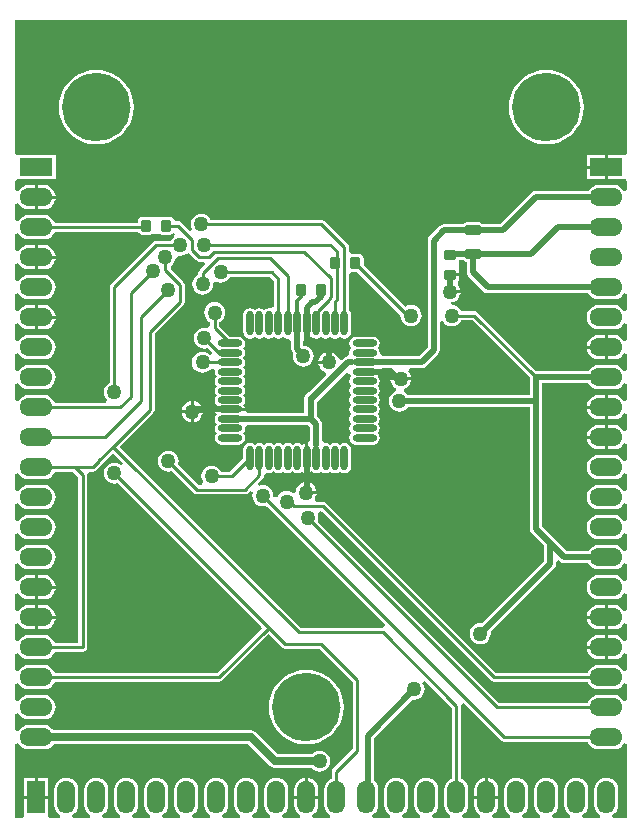
<source format=gtl>
G04 Layer_Physical_Order=1*
G04 Layer_Color=255*
%FSLAX25Y25*%
%MOIN*%
G70*
G01*
G75*
%ADD10C,0.03937*%
G04:AMPARAMS|DCode=11|XSize=39.37mil|YSize=35.43mil|CornerRadius=4.43mil|HoleSize=0mil|Usage=FLASHONLY|Rotation=0.000|XOffset=0mil|YOffset=0mil|HoleType=Round|Shape=RoundedRectangle|*
%AMROUNDEDRECTD11*
21,1,0.03937,0.02658,0,0,0.0*
21,1,0.03051,0.03543,0,0,0.0*
1,1,0.00886,0.01526,-0.01329*
1,1,0.00886,-0.01526,-0.01329*
1,1,0.00886,-0.01526,0.01329*
1,1,0.00886,0.01526,0.01329*
%
%ADD11ROUNDEDRECTD11*%
G04:AMPARAMS|DCode=12|XSize=39.37mil|YSize=35.43mil|CornerRadius=4.43mil|HoleSize=0mil|Usage=FLASHONLY|Rotation=270.000|XOffset=0mil|YOffset=0mil|HoleType=Round|Shape=RoundedRectangle|*
%AMROUNDEDRECTD12*
21,1,0.03937,0.02658,0,0,270.0*
21,1,0.03051,0.03543,0,0,270.0*
1,1,0.00886,-0.01329,-0.01526*
1,1,0.00886,-0.01329,0.01526*
1,1,0.00886,0.01329,0.01526*
1,1,0.00886,0.01329,-0.01526*
%
%ADD12ROUNDEDRECTD12*%
%ADD13O,0.08071X0.02362*%
%ADD14O,0.02362X0.08071*%
G04:AMPARAMS|DCode=15|XSize=51.18mil|YSize=31.5mil|CornerRadius=3.94mil|HoleSize=0mil|Usage=FLASHONLY|Rotation=0.000|XOffset=0mil|YOffset=0mil|HoleType=Round|Shape=RoundedRectangle|*
%AMROUNDEDRECTD15*
21,1,0.05118,0.02362,0,0,0.0*
21,1,0.04331,0.03150,0,0,0.0*
1,1,0.00787,0.02165,-0.01181*
1,1,0.00787,-0.02165,-0.01181*
1,1,0.00787,-0.02165,0.01181*
1,1,0.00787,0.02165,0.01181*
%
%ADD15ROUNDEDRECTD15*%
%ADD16C,0.02000*%
%ADD17C,0.01000*%
%ADD18C,0.02500*%
%ADD19C,0.01200*%
%ADD20C,0.17323*%
%ADD21O,0.11000X0.06000*%
%ADD22R,0.11000X0.06000*%
%ADD23O,0.06000X0.11000*%
%ADD24R,0.06000X0.11000*%
%ADD25C,0.03500*%
%ADD26C,0.05000*%
%ADD27C,0.02362*%
G36*
X432471Y228366D02*
Y204696D01*
X431983Y204494D01*
X431147Y203853D01*
X430506Y203017D01*
X430103Y202044D01*
X429965Y201000D01*
Y196000D01*
X430103Y194956D01*
X430506Y193983D01*
X431147Y193147D01*
X431965Y192519D01*
X431973Y192462D01*
X431751Y191519D01*
X426249D01*
X426027Y192462D01*
X426035Y192519D01*
X426853Y193147D01*
X427494Y193983D01*
X427897Y194956D01*
X428034Y196000D01*
Y201000D01*
X427897Y202044D01*
X427494Y203017D01*
X426853Y203853D01*
X426017Y204494D01*
X425044Y204897D01*
X424000Y205034D01*
X422956Y204897D01*
X421983Y204494D01*
X421147Y203853D01*
X420506Y203017D01*
X420103Y202044D01*
X419966Y201000D01*
Y196000D01*
X420103Y194956D01*
X420506Y193983D01*
X421147Y193147D01*
X421965Y192519D01*
X421973Y192462D01*
X421751Y191519D01*
X416249D01*
X416027Y192462D01*
X416035Y192519D01*
X416853Y193147D01*
X417494Y193983D01*
X417897Y194956D01*
X418035Y196000D01*
Y201000D01*
X417897Y202044D01*
X417494Y203017D01*
X416853Y203853D01*
X416017Y204494D01*
X415044Y204897D01*
X414000Y205034D01*
X412956Y204897D01*
X411983Y204494D01*
X411147Y203853D01*
X410506Y203017D01*
X410103Y202044D01*
X409966Y201000D01*
Y196000D01*
X410103Y194956D01*
X410506Y193983D01*
X411147Y193147D01*
X411965Y192519D01*
X411973Y192462D01*
X411751Y191519D01*
X406249D01*
X406028Y192462D01*
X406035Y192519D01*
X406853Y193147D01*
X407494Y193983D01*
X407897Y194956D01*
X408035Y196000D01*
Y201000D01*
X407897Y202044D01*
X407494Y203017D01*
X406853Y203853D01*
X406539Y204094D01*
Y218155D01*
X419429Y231045D01*
X420000Y230970D01*
X420914Y231090D01*
X421765Y231443D01*
X422496Y232004D01*
X423057Y232735D01*
X423410Y233586D01*
X423530Y234500D01*
X423410Y235414D01*
X423057Y236265D01*
X422726Y236697D01*
X423479Y237358D01*
X432471Y228366D01*
D02*
G37*
G36*
X445419Y237419D02*
X445915Y237087D01*
X446500Y236971D01*
X477804D01*
X478006Y236483D01*
X478647Y235647D01*
X479483Y235006D01*
X480456Y234603D01*
X481500Y234466D01*
X486500D01*
X487544Y234603D01*
X488517Y235006D01*
X489353Y235647D01*
X489981Y236465D01*
X490038Y236473D01*
X490980Y236251D01*
Y230749D01*
X490038Y230527D01*
X489981Y230535D01*
X489353Y231353D01*
X488517Y231994D01*
X487544Y232397D01*
X486500Y232535D01*
X481500D01*
X480456Y232397D01*
X479483Y231994D01*
X478647Y231353D01*
X478006Y230517D01*
X477804Y230029D01*
X448134D01*
X387812Y290351D01*
X387910Y290586D01*
X388030Y291500D01*
X387910Y292414D01*
X387771Y292749D01*
X388281Y293675D01*
X389072Y293765D01*
X445419Y237419D01*
D02*
G37*
G36*
X436330Y377377D02*
X436791Y377069D01*
X437335Y376961D01*
X437461D01*
Y373500D01*
X437616Y372720D01*
X438058Y372058D01*
X443058Y367058D01*
X443720Y366616D01*
X444500Y366461D01*
X478023D01*
X478647Y365647D01*
X479483Y365006D01*
X480456Y364603D01*
X481500Y364465D01*
X486500D01*
X487544Y364603D01*
X488517Y365006D01*
X489353Y365647D01*
X489981Y366465D01*
X490038Y366473D01*
X490980Y366251D01*
Y360749D01*
X490038Y360527D01*
X489981Y360535D01*
X489353Y361353D01*
X488517Y361994D01*
X487544Y362397D01*
X486500Y362534D01*
X481500D01*
X480456Y362397D01*
X479483Y361994D01*
X478647Y361353D01*
X478006Y360517D01*
X477603Y359544D01*
X477465Y358500D01*
X477603Y357456D01*
X478006Y356483D01*
X478647Y355647D01*
X479483Y355006D01*
X480456Y354603D01*
X481500Y354466D01*
X486500D01*
X487544Y354603D01*
X488517Y355006D01*
X489353Y355647D01*
X489981Y356465D01*
X490038Y356472D01*
X490980Y356251D01*
Y350749D01*
X490038Y350528D01*
X489981Y350535D01*
X489353Y351353D01*
X488517Y351994D01*
X487544Y352397D01*
X486500Y352535D01*
X484500D01*
Y348500D01*
Y344465D01*
X486500D01*
X487544Y344603D01*
X488517Y345006D01*
X489353Y345647D01*
X489981Y346465D01*
X490038Y346473D01*
X490980Y346251D01*
Y340749D01*
X490038Y340528D01*
X489981Y340535D01*
X489353Y341353D01*
X488517Y341994D01*
X487544Y342397D01*
X486500Y342534D01*
X481500D01*
X480456Y342397D01*
X479483Y341994D01*
X478647Y341353D01*
X478023Y340539D01*
X460624D01*
X441081Y360081D01*
X440585Y360413D01*
X440000Y360529D01*
X435655D01*
X435557Y360765D01*
X434996Y361496D01*
X434265Y362057D01*
X433414Y362410D01*
X432500Y362530D01*
X432378Y363520D01*
X432914Y363590D01*
X433765Y363943D01*
X434496Y364504D01*
X435057Y365235D01*
X435410Y366086D01*
X435464Y366500D01*
X432000D01*
Y367500D01*
X435464D01*
X435410Y367914D01*
X435057Y368765D01*
X434730Y369191D01*
X434566Y370284D01*
X434885Y370762D01*
X434997Y371325D01*
Y372153D01*
X432000D01*
Y373153D01*
X434997D01*
Y373982D01*
X434885Y374545D01*
X434756Y374738D01*
Y377262D01*
X434885Y377455D01*
X434899Y377524D01*
X436232D01*
X436330Y377377D01*
D02*
G37*
G36*
X375919Y248419D02*
X376415Y248087D01*
X377000Y247971D01*
X388367D01*
X399471Y236866D01*
Y214633D01*
X392919Y208081D01*
X392587Y207585D01*
X392471Y207000D01*
Y204696D01*
X391983Y204494D01*
X391147Y203853D01*
X390506Y203017D01*
X390103Y202044D01*
X389966Y201000D01*
Y196000D01*
X390103Y194956D01*
X390506Y193983D01*
X391147Y193147D01*
X391965Y192519D01*
X391972Y192462D01*
X391751Y191519D01*
X386249D01*
X386028Y192462D01*
X386035Y192519D01*
X386853Y193147D01*
X387494Y193983D01*
X387897Y194956D01*
X388035Y196000D01*
Y198000D01*
X384000D01*
X379965D01*
Y196000D01*
X380103Y194956D01*
X380506Y193983D01*
X381147Y193147D01*
X381965Y192519D01*
X381973Y192462D01*
X381751Y191519D01*
X376249D01*
X376027Y192462D01*
X376035Y192519D01*
X376853Y193147D01*
X377494Y193983D01*
X377897Y194956D01*
X378034Y196000D01*
Y201000D01*
X377897Y202044D01*
X377494Y203017D01*
X376853Y203853D01*
X376017Y204494D01*
X375044Y204897D01*
X374000Y205034D01*
X372956Y204897D01*
X371983Y204494D01*
X371147Y203853D01*
X370506Y203017D01*
X370103Y202044D01*
X369966Y201000D01*
Y196000D01*
X370103Y194956D01*
X370506Y193983D01*
X371147Y193147D01*
X371965Y192519D01*
X371972Y192462D01*
X371751Y191519D01*
X366249D01*
X366027Y192462D01*
X366035Y192519D01*
X366853Y193147D01*
X367494Y193983D01*
X367897Y194956D01*
X368035Y196000D01*
Y201000D01*
X367897Y202044D01*
X367494Y203017D01*
X366853Y203853D01*
X366017Y204494D01*
X365044Y204897D01*
X364000Y205034D01*
X362956Y204897D01*
X361983Y204494D01*
X361147Y203853D01*
X360506Y203017D01*
X360103Y202044D01*
X359965Y201000D01*
Y196000D01*
X360103Y194956D01*
X360506Y193983D01*
X361147Y193147D01*
X361965Y192519D01*
X361972Y192462D01*
X361751Y191519D01*
X356249D01*
X356028Y192462D01*
X356035Y192519D01*
X356853Y193147D01*
X357494Y193983D01*
X357897Y194956D01*
X358034Y196000D01*
Y201000D01*
X357897Y202044D01*
X357494Y203017D01*
X356853Y203853D01*
X356017Y204494D01*
X355044Y204897D01*
X354000Y205034D01*
X352956Y204897D01*
X351983Y204494D01*
X351147Y203853D01*
X350506Y203017D01*
X350103Y202044D01*
X349966Y201000D01*
Y196000D01*
X350103Y194956D01*
X350506Y193983D01*
X351147Y193147D01*
X351965Y192519D01*
X351973Y192462D01*
X351751Y191519D01*
X346249D01*
X346027Y192462D01*
X346035Y192519D01*
X346853Y193147D01*
X347494Y193983D01*
X347897Y194956D01*
X348035Y196000D01*
Y201000D01*
X347897Y202044D01*
X347494Y203017D01*
X346853Y203853D01*
X346017Y204494D01*
X345044Y204897D01*
X344000Y205034D01*
X342956Y204897D01*
X341983Y204494D01*
X341147Y203853D01*
X340506Y203017D01*
X340103Y202044D01*
X339966Y201000D01*
Y196000D01*
X340103Y194956D01*
X340506Y193983D01*
X341147Y193147D01*
X341965Y192519D01*
X341972Y192462D01*
X341751Y191519D01*
X336249D01*
X336028Y192462D01*
X336035Y192519D01*
X336853Y193147D01*
X337494Y193983D01*
X337897Y194956D01*
X338035Y196000D01*
Y201000D01*
X337897Y202044D01*
X337494Y203017D01*
X336853Y203853D01*
X336017Y204494D01*
X335044Y204897D01*
X334000Y205034D01*
X332956Y204897D01*
X331983Y204494D01*
X331147Y203853D01*
X330506Y203017D01*
X330103Y202044D01*
X329965Y201000D01*
Y196000D01*
X330103Y194956D01*
X330506Y193983D01*
X331147Y193147D01*
X331965Y192519D01*
X331973Y192462D01*
X331751Y191519D01*
X326249D01*
X326027Y192462D01*
X326035Y192519D01*
X326853Y193147D01*
X327494Y193983D01*
X327897Y194956D01*
X328034Y196000D01*
Y201000D01*
X327897Y202044D01*
X327494Y203017D01*
X326853Y203853D01*
X326017Y204494D01*
X325044Y204897D01*
X324000Y205034D01*
X322956Y204897D01*
X321983Y204494D01*
X321147Y203853D01*
X320506Y203017D01*
X320103Y202044D01*
X319966Y201000D01*
Y196000D01*
X320103Y194956D01*
X320506Y193983D01*
X321147Y193147D01*
X321965Y192519D01*
X321972Y192462D01*
X321751Y191519D01*
X316249D01*
X316027Y192462D01*
X316035Y192519D01*
X316853Y193147D01*
X317494Y193983D01*
X317897Y194956D01*
X318035Y196000D01*
Y201000D01*
X317897Y202044D01*
X317494Y203017D01*
X316853Y203853D01*
X316017Y204494D01*
X315044Y204897D01*
X314000Y205034D01*
X312956Y204897D01*
X311983Y204494D01*
X311147Y203853D01*
X310506Y203017D01*
X310103Y202044D01*
X309965Y201000D01*
Y196000D01*
X310103Y194956D01*
X310506Y193983D01*
X311147Y193147D01*
X311965Y192519D01*
X311972Y192462D01*
X311751Y191519D01*
X306249D01*
X306028Y192462D01*
X306035Y192519D01*
X306853Y193147D01*
X307494Y193983D01*
X307897Y194956D01*
X308034Y196000D01*
Y201000D01*
X307897Y202044D01*
X307494Y203017D01*
X306853Y203853D01*
X306017Y204494D01*
X305044Y204897D01*
X304000Y205034D01*
X302956Y204897D01*
X301983Y204494D01*
X301147Y203853D01*
X300506Y203017D01*
X300103Y202044D01*
X299966Y201000D01*
Y196000D01*
X300103Y194956D01*
X300506Y193983D01*
X301147Y193147D01*
X301965Y192519D01*
X301973Y192462D01*
X301751Y191519D01*
X298801D01*
X298000Y192000D01*
X298000Y192520D01*
Y198000D01*
X294000D01*
X290000D01*
Y192520D01*
X290000Y192000D01*
X289199Y191519D01*
X287019D01*
Y216251D01*
X287962Y216473D01*
X288019Y216465D01*
X288647Y215647D01*
X289483Y215006D01*
X290456Y214603D01*
X291500Y214465D01*
X296500D01*
X297544Y214603D01*
X298517Y215006D01*
X299353Y215647D01*
X299782Y216206D01*
X364550D01*
X371878Y208878D01*
X372622Y208381D01*
X373500Y208206D01*
X385849D01*
X386004Y208004D01*
X386735Y207443D01*
X387586Y207090D01*
X388500Y206970D01*
X389414Y207090D01*
X390265Y207443D01*
X390996Y208004D01*
X391557Y208735D01*
X391910Y209586D01*
X392030Y210500D01*
X391910Y211414D01*
X391557Y212265D01*
X390996Y212996D01*
X390265Y213557D01*
X389414Y213910D01*
X388500Y214030D01*
X387586Y213910D01*
X386735Y213557D01*
X386004Y212996D01*
X385849Y212794D01*
X374450D01*
X367122Y220122D01*
X366378Y220620D01*
X365500Y220794D01*
X299782D01*
X299353Y221353D01*
X298517Y221994D01*
X297544Y222397D01*
X296500Y222534D01*
X291500D01*
X290456Y222397D01*
X289483Y221994D01*
X288647Y221353D01*
X288019Y220535D01*
X287962Y220528D01*
X287019Y220749D01*
Y226251D01*
X287962Y226472D01*
X288019Y226465D01*
X288647Y225647D01*
X289483Y225006D01*
X290456Y224603D01*
X291500Y224465D01*
X296500D01*
X297544Y224603D01*
X298517Y225006D01*
X299353Y225647D01*
X299994Y226483D01*
X300397Y227456D01*
X300535Y228500D01*
X300397Y229544D01*
X299994Y230517D01*
X299353Y231353D01*
X298517Y231994D01*
X297544Y232397D01*
X296500Y232535D01*
X291500D01*
X290456Y232397D01*
X289483Y231994D01*
X288647Y231353D01*
X288019Y230535D01*
X287962Y230527D01*
X287019Y230749D01*
Y236251D01*
X287962Y236473D01*
X288019Y236465D01*
X288647Y235647D01*
X289483Y235006D01*
X290456Y234603D01*
X291500Y234466D01*
X296500D01*
X297544Y234603D01*
X298517Y235006D01*
X299353Y235647D01*
X299994Y236483D01*
X300196Y236971D01*
X355000D01*
X355585Y237087D01*
X356081Y237419D01*
X371500Y252837D01*
X375919Y248419D01*
D02*
G37*
G36*
X322858Y309979D02*
X322197Y309226D01*
X321765Y309557D01*
X320914Y309910D01*
X320000Y310030D01*
X319086Y309910D01*
X318235Y309557D01*
X317504Y308996D01*
X316943Y308265D01*
X316590Y307414D01*
X316470Y306500D01*
X316590Y305586D01*
X316943Y304735D01*
X317504Y304004D01*
X318235Y303443D01*
X319086Y303090D01*
X320000Y302970D01*
X320914Y303090D01*
X321149Y303188D01*
X369337Y255000D01*
X354366Y240029D01*
X300196D01*
X299994Y240517D01*
X299353Y241353D01*
X298517Y241994D01*
X297544Y242397D01*
X296500Y242534D01*
X291500D01*
X290456Y242397D01*
X289483Y241994D01*
X288647Y241353D01*
X288019Y240535D01*
X287962Y240528D01*
X287019Y240749D01*
Y246251D01*
X287962Y246473D01*
X288019Y246465D01*
X288647Y245647D01*
X289483Y245006D01*
X290456Y244603D01*
X291500Y244465D01*
X296500D01*
X297544Y244603D01*
X298517Y245006D01*
X299353Y245647D01*
X299994Y246483D01*
X300196Y246971D01*
X309500D01*
X310085Y247087D01*
X310581Y247419D01*
X310913Y247915D01*
X311029Y248500D01*
Y306000D01*
X311689Y306926D01*
X311767Y306971D01*
X313000D01*
X313585Y307087D01*
X314081Y307419D01*
X316081Y309419D01*
X316413Y309915D01*
X316434Y310021D01*
X319625Y313212D01*
X322858Y309979D01*
D02*
G37*
G36*
X307971Y305366D02*
Y250029D01*
X300196D01*
X299994Y250517D01*
X299353Y251353D01*
X298517Y251994D01*
X297544Y252397D01*
X296500Y252535D01*
X291500D01*
X290456Y252397D01*
X289483Y251994D01*
X288647Y251353D01*
X288019Y250535D01*
X287962Y250528D01*
X287019Y250749D01*
Y256251D01*
X287962Y256472D01*
X288019Y256465D01*
X288647Y255647D01*
X289483Y255006D01*
X290456Y254603D01*
X291500Y254466D01*
X293500D01*
Y258500D01*
Y262534D01*
X291500D01*
X290456Y262397D01*
X289483Y261994D01*
X288647Y261353D01*
X288019Y260535D01*
X287962Y260527D01*
X287019Y260749D01*
Y266251D01*
X287962Y266473D01*
X288019Y266465D01*
X288647Y265647D01*
X289483Y265006D01*
X290456Y264603D01*
X291500Y264465D01*
X293500D01*
Y268500D01*
Y272534D01*
X291500D01*
X290456Y272397D01*
X289483Y271994D01*
X288647Y271353D01*
X288019Y270535D01*
X287962Y270528D01*
X287019Y270749D01*
Y276251D01*
X287962Y276472D01*
X288019Y276465D01*
X288647Y275647D01*
X289483Y275006D01*
X290456Y274603D01*
X291500Y274465D01*
X296500D01*
X297544Y274603D01*
X298517Y275006D01*
X299353Y275647D01*
X299994Y276483D01*
X300397Y277456D01*
X300535Y278500D01*
X300397Y279544D01*
X299994Y280517D01*
X299353Y281353D01*
X298517Y281994D01*
X297544Y282397D01*
X296500Y282535D01*
X291500D01*
X290456Y282397D01*
X289483Y281994D01*
X288647Y281353D01*
X288019Y280535D01*
X287962Y280527D01*
X287019Y280749D01*
Y286251D01*
X287962Y286473D01*
X288019Y286465D01*
X288647Y285647D01*
X289483Y285006D01*
X290456Y284603D01*
X291500Y284466D01*
X296500D01*
X297544Y284603D01*
X298517Y285006D01*
X299353Y285647D01*
X299994Y286483D01*
X300397Y287456D01*
X300535Y288500D01*
X300397Y289544D01*
X299994Y290517D01*
X299353Y291353D01*
X298517Y291994D01*
X297544Y292397D01*
X296500Y292534D01*
X291500D01*
X290456Y292397D01*
X289483Y291994D01*
X288647Y291353D01*
X288019Y290535D01*
X287962Y290528D01*
X287019Y290749D01*
Y296251D01*
X287962Y296473D01*
X288019Y296465D01*
X288647Y295647D01*
X289483Y295006D01*
X290456Y294603D01*
X291500Y294465D01*
X296500D01*
X297544Y294603D01*
X298517Y295006D01*
X299353Y295647D01*
X299994Y296483D01*
X300397Y297456D01*
X300535Y298500D01*
X300397Y299544D01*
X299994Y300517D01*
X299353Y301353D01*
X298517Y301994D01*
X297544Y302397D01*
X296500Y302535D01*
X291500D01*
X290456Y302397D01*
X289483Y301994D01*
X288647Y301353D01*
X288019Y300535D01*
X287962Y300528D01*
X287019Y300749D01*
Y306251D01*
X287962Y306472D01*
X288019Y306465D01*
X288647Y305647D01*
X289483Y305006D01*
X290456Y304603D01*
X291500Y304466D01*
X296500D01*
X297544Y304603D01*
X298517Y305006D01*
X299353Y305647D01*
X299994Y306483D01*
X300196Y306971D01*
X306366D01*
X307971Y305366D01*
D02*
G37*
G36*
X490980Y336251D02*
Y330749D01*
X490038Y330527D01*
X489981Y330535D01*
X489353Y331353D01*
X488517Y331994D01*
X487544Y332397D01*
X486500Y332535D01*
X484500D01*
Y328500D01*
Y324465D01*
X486500D01*
X487544Y324603D01*
X488517Y325006D01*
X489353Y325647D01*
X489981Y326465D01*
X490038Y326472D01*
X490980Y326251D01*
Y320749D01*
X490038Y320528D01*
X489981Y320535D01*
X489353Y321353D01*
X488517Y321994D01*
X487544Y322397D01*
X486500Y322534D01*
X484500D01*
Y318500D01*
Y314465D01*
X486500D01*
X487544Y314603D01*
X488517Y315006D01*
X489353Y315647D01*
X489981Y316465D01*
X490038Y316473D01*
X490980Y316251D01*
Y310749D01*
X490038Y310527D01*
X489981Y310535D01*
X489353Y311353D01*
X488517Y311994D01*
X487544Y312397D01*
X486500Y312534D01*
X481500D01*
X480456Y312397D01*
X479483Y311994D01*
X478647Y311353D01*
X478006Y310517D01*
X477603Y309544D01*
X477465Y308500D01*
X477603Y307456D01*
X478006Y306483D01*
X478647Y305647D01*
X479483Y305006D01*
X480456Y304603D01*
X481500Y304466D01*
X486500D01*
X487544Y304603D01*
X488517Y305006D01*
X489353Y305647D01*
X489981Y306465D01*
X490038Y306472D01*
X490980Y306251D01*
Y300749D01*
X490038Y300528D01*
X489981Y300535D01*
X489353Y301353D01*
X488517Y301994D01*
X487544Y302397D01*
X486500Y302535D01*
X481500D01*
X480456Y302397D01*
X479483Y301994D01*
X478647Y301353D01*
X478006Y300517D01*
X477603Y299544D01*
X477465Y298500D01*
X477603Y297456D01*
X478006Y296483D01*
X478647Y295647D01*
X479483Y295006D01*
X480456Y294603D01*
X481500Y294465D01*
X486500D01*
X487544Y294603D01*
X488517Y295006D01*
X489353Y295647D01*
X489981Y296465D01*
X490038Y296473D01*
X490980Y296251D01*
Y290749D01*
X490038Y290528D01*
X489981Y290535D01*
X489353Y291353D01*
X488517Y291994D01*
X487544Y292397D01*
X486500Y292534D01*
X481500D01*
X480456Y292397D01*
X479483Y291994D01*
X478647Y291353D01*
X478006Y290517D01*
X477603Y289544D01*
X477465Y288500D01*
X477603Y287456D01*
X478006Y286483D01*
X478647Y285647D01*
X479483Y285006D01*
X480456Y284603D01*
X481500Y284466D01*
X486500D01*
X487544Y284603D01*
X488517Y285006D01*
X489353Y285647D01*
X489981Y286465D01*
X490038Y286473D01*
X490980Y286251D01*
Y280749D01*
X490038Y280527D01*
X489981Y280535D01*
X489353Y281353D01*
X488517Y281994D01*
X487544Y282397D01*
X486500Y282535D01*
X481500D01*
X480456Y282397D01*
X479483Y281994D01*
X478647Y281353D01*
X478023Y280539D01*
X470845D01*
X466692Y284692D01*
X466692Y284692D01*
X462539Y288845D01*
Y331000D01*
X462539Y331000D01*
X462539Y331000D01*
Y336461D01*
X478023D01*
X478647Y335647D01*
X479483Y335006D01*
X480456Y334603D01*
X481500Y334466D01*
X486500D01*
X487544Y334603D01*
X488517Y335006D01*
X489353Y335647D01*
X489981Y336465D01*
X490038Y336473D01*
X490980Y336251D01*
D02*
G37*
G36*
X327966Y386911D02*
X328285Y386434D01*
X328762Y386115D01*
X329325Y386003D01*
X331982D01*
X332545Y386115D01*
X332738Y386244D01*
X335262D01*
X335455Y386115D01*
X336018Y386003D01*
X338675D01*
X339238Y386115D01*
X339716Y386434D01*
X340201Y386258D01*
X340202Y386240D01*
X339985Y385366D01*
X339504Y384996D01*
X338943Y384265D01*
X338845Y384029D01*
X334000D01*
X333415Y383913D01*
X332919Y383581D01*
X318919Y369581D01*
X318587Y369085D01*
X318471Y368500D01*
Y336655D01*
X318235Y336557D01*
X317504Y335996D01*
X316943Y335265D01*
X316590Y334414D01*
X316470Y333500D01*
X316590Y332586D01*
X316943Y331735D01*
X317484Y331029D01*
X317467Y330908D01*
X317131Y330029D01*
X300196D01*
X299994Y330517D01*
X299353Y331353D01*
X298517Y331994D01*
X297544Y332397D01*
X296500Y332535D01*
X291500D01*
X290456Y332397D01*
X289483Y331994D01*
X288647Y331353D01*
X288019Y330535D01*
X287962Y330527D01*
X287019Y330749D01*
Y336251D01*
X287962Y336473D01*
X288019Y336465D01*
X288647Y335647D01*
X289483Y335006D01*
X290456Y334603D01*
X291500Y334466D01*
X296500D01*
X297544Y334603D01*
X298517Y335006D01*
X299353Y335647D01*
X299994Y336483D01*
X300397Y337456D01*
X300535Y338500D01*
X300397Y339544D01*
X299994Y340517D01*
X299353Y341353D01*
X298517Y341994D01*
X297544Y342397D01*
X296500Y342534D01*
X291500D01*
X290456Y342397D01*
X289483Y341994D01*
X288647Y341353D01*
X288019Y340535D01*
X287962Y340528D01*
X287019Y340749D01*
Y346251D01*
X287962Y346473D01*
X288019Y346465D01*
X288647Y345647D01*
X289483Y345006D01*
X290456Y344603D01*
X291500Y344465D01*
X296500D01*
X297544Y344603D01*
X298517Y345006D01*
X299353Y345647D01*
X299994Y346483D01*
X300397Y347456D01*
X300535Y348500D01*
X300397Y349544D01*
X299994Y350517D01*
X299353Y351353D01*
X298517Y351994D01*
X297544Y352397D01*
X296500Y352535D01*
X291500D01*
X290456Y352397D01*
X289483Y351994D01*
X288647Y351353D01*
X288019Y350535D01*
X287962Y350528D01*
X287019Y350749D01*
Y356251D01*
X287962Y356472D01*
X288019Y356465D01*
X288647Y355647D01*
X289483Y355006D01*
X290456Y354603D01*
X291500Y354466D01*
X293500D01*
Y358500D01*
Y362534D01*
X291500D01*
X290456Y362397D01*
X289483Y361994D01*
X288647Y361353D01*
X288019Y360535D01*
X287962Y360527D01*
X287019Y360749D01*
Y366251D01*
X287962Y366473D01*
X288019Y366465D01*
X288647Y365647D01*
X289483Y365006D01*
X290456Y364603D01*
X291500Y364465D01*
X296500D01*
X297544Y364603D01*
X298517Y365006D01*
X299353Y365647D01*
X299994Y366483D01*
X300397Y367456D01*
X300535Y368500D01*
X300397Y369544D01*
X299994Y370517D01*
X299353Y371353D01*
X298517Y371994D01*
X297544Y372397D01*
X296500Y372534D01*
X291500D01*
X290456Y372397D01*
X289483Y371994D01*
X288647Y371353D01*
X288019Y370535D01*
X287962Y370528D01*
X287019Y370749D01*
Y376251D01*
X287962Y376472D01*
X288019Y376465D01*
X288647Y375647D01*
X289483Y375006D01*
X290456Y374603D01*
X291500Y374465D01*
X293500D01*
Y378500D01*
Y382535D01*
X291500D01*
X290456Y382397D01*
X289483Y381994D01*
X288647Y381353D01*
X288019Y380535D01*
X287962Y380527D01*
X287019Y380749D01*
Y386251D01*
X287962Y386473D01*
X288019Y386465D01*
X288647Y385647D01*
X289483Y385006D01*
X290456Y384603D01*
X291500Y384466D01*
X296500D01*
X297544Y384603D01*
X298517Y385006D01*
X299353Y385647D01*
X299994Y386483D01*
X300196Y386971D01*
X327954D01*
X327966Y386911D01*
D02*
G37*
G36*
X490980Y413301D02*
X490500Y412500D01*
X489981Y412500D01*
X484500D01*
Y408500D01*
Y404500D01*
X489981D01*
X490500Y404500D01*
X490980Y403699D01*
Y400749D01*
X490038Y400527D01*
X489981Y400535D01*
X489353Y401353D01*
X488517Y401994D01*
X487544Y402397D01*
X486500Y402534D01*
X481500D01*
X480456Y402397D01*
X479483Y401994D01*
X478647Y401353D01*
X478023Y400539D01*
X460500D01*
X459720Y400384D01*
X459058Y399942D01*
X448592Y389476D01*
X442768D01*
X442670Y389623D01*
X442209Y389931D01*
X441665Y390039D01*
X437335D01*
X436791Y389931D01*
X436330Y389623D01*
X436232Y389476D01*
X429937D01*
X429937Y389476D01*
X429157Y389321D01*
X428495Y388879D01*
X425058Y385442D01*
X424616Y384780D01*
X424461Y384000D01*
Y348345D01*
X421604Y345488D01*
X409288D01*
X408497Y346488D01*
X408519Y346598D01*
X408350Y347449D01*
X407868Y348171D01*
Y348176D01*
X408350Y348897D01*
X408519Y349748D01*
X408350Y350599D01*
X407868Y351321D01*
X407146Y351803D01*
X406295Y351972D01*
X400587D01*
X399736Y351803D01*
X399014Y351321D01*
X398532Y350599D01*
X398363Y349748D01*
X398532Y348897D01*
X399014Y348176D01*
Y348171D01*
X398532Y347449D01*
X398363Y346598D01*
X398385Y346488D01*
X398219Y346109D01*
X397636Y345426D01*
X397168Y345333D01*
X396507Y344891D01*
X395932Y344315D01*
X395481Y344359D01*
X394824Y344622D01*
X394557Y345265D01*
X393996Y345996D01*
X393265Y346557D01*
X392414Y346910D01*
X392000Y346964D01*
Y343500D01*
X391500D01*
Y343000D01*
X388036D01*
X388090Y342586D01*
X388443Y341735D01*
X389004Y341004D01*
X389735Y340443D01*
X390378Y340176D01*
X390641Y339519D01*
X390685Y339069D01*
X385083Y333466D01*
X384668Y333384D01*
X384007Y332942D01*
X383565Y332280D01*
X383410Y331500D01*
Y326590D01*
X364406D01*
X363923Y327201D01*
X358559D01*
X353580D01*
X353650Y326850D01*
X354132Y326128D01*
Y326124D01*
X353650Y325402D01*
X353481Y324551D01*
X353650Y323700D01*
X354132Y322979D01*
Y322974D01*
X353650Y322253D01*
X353481Y321402D01*
X353650Y320551D01*
X354132Y319829D01*
Y319824D01*
X353650Y319103D01*
X353481Y318252D01*
X353650Y317401D01*
X354132Y316680D01*
X354854Y316197D01*
X355705Y316028D01*
X361413D01*
X362264Y316197D01*
X362986Y316680D01*
X363468Y317401D01*
X363637Y318252D01*
X363468Y319103D01*
X362986Y319824D01*
Y319829D01*
X363468Y320551D01*
X363637Y321402D01*
X363615Y321512D01*
X364406Y322512D01*
X384604D01*
X385260Y321856D01*
Y317406D01*
X384650Y316923D01*
Y311559D01*
Y306580D01*
X385001Y306650D01*
X385722Y307132D01*
X385727D01*
X386448Y306650D01*
X387299Y306481D01*
X388150Y306650D01*
X388872Y307132D01*
X388876D01*
X389598Y306650D01*
X390449Y306481D01*
X391300Y306650D01*
X392021Y307132D01*
X392026D01*
X392747Y306650D01*
X393598Y306481D01*
X394449Y306650D01*
X395171Y307132D01*
X395176D01*
X395897Y306650D01*
X396748Y306481D01*
X397599Y306650D01*
X398321Y307132D01*
X398803Y307854D01*
X398972Y308705D01*
Y314413D01*
X398803Y315264D01*
X398321Y315986D01*
X397599Y316468D01*
X396748Y316637D01*
X395897Y316468D01*
X395176Y315986D01*
X395171D01*
X394449Y316468D01*
X393598Y316637D01*
X392747Y316468D01*
X392026Y315986D01*
X392021D01*
X391300Y316468D01*
X390449Y316637D01*
X390338Y316615D01*
X389338Y317406D01*
Y322701D01*
X389183Y323481D01*
X388741Y324143D01*
X387488Y325396D01*
Y330104D01*
X397400Y340016D01*
X398485Y339687D01*
X398532Y339448D01*
X399014Y338727D01*
Y338722D01*
X398532Y338001D01*
X398363Y337150D01*
X398532Y336299D01*
X399014Y335577D01*
Y335573D01*
X398532Y334851D01*
X398363Y334000D01*
X398532Y333149D01*
X399014Y332428D01*
Y332423D01*
X398532Y331701D01*
X398363Y330850D01*
X398532Y329999D01*
X399014Y329278D01*
Y329273D01*
X398532Y328552D01*
X398363Y327701D01*
X398532Y326850D01*
X399014Y326128D01*
Y326124D01*
X398532Y325402D01*
X398363Y324551D01*
X398532Y323700D01*
X399014Y322979D01*
Y322974D01*
X398532Y322253D01*
X398363Y321402D01*
X398532Y320551D01*
X399014Y319829D01*
Y319824D01*
X398532Y319103D01*
X398363Y318252D01*
X398532Y317401D01*
X399014Y316680D01*
X399736Y316197D01*
X400587Y316028D01*
X406295D01*
X407146Y316197D01*
X407868Y316680D01*
X408350Y317401D01*
X408519Y318252D01*
X408350Y319103D01*
X407868Y319824D01*
Y319829D01*
X408350Y320551D01*
X408519Y321402D01*
X408350Y322253D01*
X407868Y322974D01*
Y322979D01*
X408350Y323700D01*
X408519Y324551D01*
X408350Y325402D01*
X407868Y326124D01*
Y326128D01*
X408350Y326850D01*
X408519Y327701D01*
X408350Y328552D01*
X407868Y329273D01*
Y329278D01*
X408350Y329999D01*
X408519Y330850D01*
X408350Y331701D01*
X407868Y332423D01*
Y332428D01*
X408350Y333149D01*
X408519Y334000D01*
X408350Y334851D01*
X407868Y335573D01*
Y335577D01*
X408350Y336299D01*
X408519Y337150D01*
X408350Y338001D01*
X407868Y338722D01*
Y338727D01*
X408350Y339448D01*
X408420Y339799D01*
X403441D01*
Y340799D01*
X408805D01*
X409288Y341410D01*
X412551D01*
X412864Y340779D01*
X412937Y340410D01*
X412443Y339765D01*
X412090Y338914D01*
X412036Y338500D01*
X418964D01*
X418910Y338914D01*
X418557Y339765D01*
X418063Y340410D01*
X418136Y340779D01*
X418448Y341410D01*
X422449D01*
X423229Y341565D01*
X423891Y342007D01*
X427942Y346058D01*
X428384Y346720D01*
X428539Y347500D01*
Y356832D01*
X429088Y357077D01*
X429539Y357109D01*
X430004Y356504D01*
X430735Y355943D01*
X431586Y355590D01*
X432500Y355470D01*
X433414Y355590D01*
X434265Y355943D01*
X434996Y356504D01*
X435557Y357235D01*
X435655Y357471D01*
X439366D01*
X458461Y338376D01*
Y332539D01*
X417847D01*
X417496Y332996D01*
X416765Y333557D01*
X416595Y333628D01*
X416539Y333924D01*
X416649Y334688D01*
X417265Y334943D01*
X417996Y335504D01*
X418557Y336235D01*
X418910Y337086D01*
X418964Y337500D01*
X412036D01*
X412090Y337086D01*
X412443Y336235D01*
X413004Y335504D01*
X413735Y334943D01*
X413905Y334872D01*
X413961Y334577D01*
X413851Y333812D01*
X413235Y333557D01*
X412504Y332996D01*
X411943Y332265D01*
X411590Y331414D01*
X411470Y330500D01*
X411590Y329586D01*
X411943Y328735D01*
X412504Y328004D01*
X413235Y327443D01*
X414086Y327090D01*
X415000Y326970D01*
X415914Y327090D01*
X416765Y327443D01*
X417496Y328004D01*
X417847Y328461D01*
X458461D01*
Y288000D01*
X458616Y287220D01*
X459058Y286558D01*
X463211Y282405D01*
Y277095D01*
X442571Y256455D01*
X442000Y256530D01*
X441086Y256410D01*
X440235Y256057D01*
X439504Y255496D01*
X438943Y254765D01*
X438590Y253914D01*
X438470Y253000D01*
X438590Y252086D01*
X438943Y251235D01*
X439504Y250504D01*
X440235Y249943D01*
X441086Y249590D01*
X442000Y249470D01*
X442914Y249590D01*
X443765Y249943D01*
X444496Y250504D01*
X445057Y251235D01*
X445410Y252086D01*
X445530Y253000D01*
X445455Y253571D01*
X466692Y274808D01*
X466692Y274808D01*
X467134Y275470D01*
X467289Y276250D01*
X467289Y276250D01*
Y277020D01*
X468213Y277403D01*
X468558Y277058D01*
X468558Y277058D01*
X469220Y276616D01*
X470000Y276461D01*
X478023D01*
X478647Y275647D01*
X479483Y275006D01*
X480456Y274603D01*
X481500Y274465D01*
X486500D01*
X487544Y274603D01*
X488517Y275006D01*
X489353Y275647D01*
X489981Y276465D01*
X490038Y276472D01*
X490980Y276251D01*
Y270749D01*
X490038Y270528D01*
X489981Y270535D01*
X489353Y271353D01*
X488517Y271994D01*
X487544Y272397D01*
X486500Y272534D01*
X481500D01*
X480456Y272397D01*
X479483Y271994D01*
X478647Y271353D01*
X478006Y270517D01*
X477603Y269544D01*
X477465Y268500D01*
X477603Y267456D01*
X478006Y266483D01*
X478647Y265647D01*
X479483Y265006D01*
X480456Y264603D01*
X481500Y264465D01*
X486500D01*
X487544Y264603D01*
X488517Y265006D01*
X489353Y265647D01*
X489981Y266465D01*
X490038Y266473D01*
X490980Y266251D01*
Y260749D01*
X490038Y260527D01*
X489981Y260535D01*
X489353Y261353D01*
X488517Y261994D01*
X487544Y262397D01*
X486500Y262534D01*
X484500D01*
Y258500D01*
Y254466D01*
X486500D01*
X487544Y254603D01*
X488517Y255006D01*
X489353Y255647D01*
X489981Y256465D01*
X490038Y256472D01*
X490980Y256251D01*
Y250749D01*
X490038Y250528D01*
X489981Y250535D01*
X489353Y251353D01*
X488517Y251994D01*
X487544Y252397D01*
X486500Y252535D01*
X484500D01*
Y248500D01*
Y244465D01*
X486500D01*
X487544Y244603D01*
X488517Y245006D01*
X489353Y245647D01*
X489981Y246465D01*
X490038Y246473D01*
X490980Y246251D01*
Y240749D01*
X490038Y240528D01*
X489981Y240535D01*
X489353Y241353D01*
X488517Y241994D01*
X487544Y242397D01*
X486500Y242534D01*
X481500D01*
X480456Y242397D01*
X479483Y241994D01*
X478647Y241353D01*
X478006Y240517D01*
X477804Y240029D01*
X447133D01*
X390581Y296581D01*
X390085Y296913D01*
X389500Y297029D01*
X387393D01*
X386899Y298029D01*
X387057Y298235D01*
X387410Y299086D01*
X387464Y299500D01*
X384000D01*
Y300000D01*
X383500D01*
Y303464D01*
X383086Y303410D01*
X382235Y303057D01*
X381504Y302496D01*
X380943Y301765D01*
X380590Y300914D01*
X380517Y300357D01*
X379709Y299915D01*
X379484Y299889D01*
X379265Y300057D01*
X378414Y300410D01*
X377500Y300530D01*
X376586Y300410D01*
X375735Y300057D01*
X375004Y299496D01*
X374443Y298765D01*
X374407Y298678D01*
X373218Y298422D01*
X372983Y298642D01*
X373030Y299000D01*
X372910Y299914D01*
X372557Y300765D01*
X371996Y301496D01*
X371265Y302057D01*
X370414Y302410D01*
X369500Y302530D01*
X368586Y302410D01*
X368417Y302340D01*
X367850Y303187D01*
X369483Y304820D01*
X369815Y305316D01*
X369931Y305902D01*
Y305961D01*
X370197Y306200D01*
X370931Y306604D01*
X371551Y306481D01*
X372402Y306650D01*
X373124Y307132D01*
X373128D01*
X373850Y306650D01*
X374701Y306481D01*
X375552Y306650D01*
X376273Y307132D01*
X376278D01*
X376999Y306650D01*
X377850Y306481D01*
X378701Y306650D01*
X379423Y307132D01*
X379428D01*
X380149Y306650D01*
X381000Y306481D01*
X381851Y306650D01*
X382573Y307132D01*
X382577D01*
X383299Y306650D01*
X383650Y306580D01*
Y311559D01*
Y316538D01*
X383299Y316468D01*
X382577Y315986D01*
X382573D01*
X381851Y316468D01*
X381000Y316637D01*
X380149Y316468D01*
X379428Y315986D01*
X379423D01*
X378701Y316468D01*
X377850Y316637D01*
X376999Y316468D01*
X376278Y315986D01*
X376273D01*
X375552Y316468D01*
X374701Y316637D01*
X373850Y316468D01*
X373128Y315986D01*
X373124D01*
X372402Y316468D01*
X371551Y316637D01*
X370700Y316468D01*
X369979Y315986D01*
X369974D01*
X369253Y316468D01*
X368402Y316637D01*
X367551Y316468D01*
X366829Y315986D01*
X366824D01*
X366103Y316468D01*
X365252Y316637D01*
X364401Y316468D01*
X363680Y315986D01*
X363197Y315264D01*
X363028Y314413D01*
Y311498D01*
X358559Y307029D01*
X355655D01*
X355557Y307265D01*
X354996Y307996D01*
X354265Y308557D01*
X353414Y308910D01*
X352500Y309030D01*
X351586Y308910D01*
X350735Y308557D01*
X350004Y307996D01*
X349443Y307265D01*
X349090Y306414D01*
X348970Y305500D01*
X349090Y304586D01*
X349443Y303735D01*
X349601Y303529D01*
X349107Y302529D01*
X348133D01*
X341312Y309351D01*
X341410Y309586D01*
X341530Y310500D01*
X341410Y311414D01*
X341057Y312265D01*
X340496Y312996D01*
X339765Y313557D01*
X338914Y313910D01*
X338000Y314030D01*
X337086Y313910D01*
X336235Y313557D01*
X335504Y312996D01*
X334943Y312265D01*
X334590Y311414D01*
X334470Y310500D01*
X334590Y309586D01*
X334943Y308735D01*
X335504Y308004D01*
X336235Y307443D01*
X337086Y307090D01*
X338000Y306970D01*
X338914Y307090D01*
X339149Y307188D01*
X346419Y299919D01*
X346915Y299587D01*
X347500Y299471D01*
X363500D01*
X364085Y299587D01*
X364581Y299919D01*
X365313Y300650D01*
X366160Y300083D01*
X366090Y299914D01*
X365970Y299000D01*
X366090Y298086D01*
X366443Y297235D01*
X367004Y296504D01*
X367735Y295943D01*
X368586Y295590D01*
X369500Y295470D01*
X370414Y295590D01*
X370649Y295688D01*
X410258Y256079D01*
X410222Y255889D01*
X409500Y255029D01*
X382134D01*
X321895Y315268D01*
X321910Y315419D01*
X333081Y326590D01*
X333413Y327086D01*
X333529Y327672D01*
Y352867D01*
X343081Y362419D01*
X343413Y362915D01*
X343529Y363500D01*
Y369157D01*
X343413Y369742D01*
X343081Y370238D01*
X338898Y374421D01*
X338855Y374754D01*
X338977Y375605D01*
X339496Y376004D01*
X340057Y376735D01*
X340410Y377586D01*
X340497Y378252D01*
X340768Y378637D01*
X341468Y379040D01*
X342000Y378970D01*
X342914Y379090D01*
X343765Y379443D01*
X343873Y379526D01*
X344834Y379743D01*
X345287Y379393D01*
X347262Y377419D01*
X347758Y377087D01*
X348343Y376971D01*
X349844D01*
X350227Y376047D01*
X348419Y374238D01*
X348087Y373742D01*
X347971Y373157D01*
Y372655D01*
X347735Y372557D01*
X347004Y371996D01*
X346443Y371265D01*
X346090Y370414D01*
X345970Y369500D01*
X346090Y368586D01*
X346443Y367735D01*
X347004Y367004D01*
X347735Y366443D01*
X348586Y366090D01*
X349500Y365970D01*
X350414Y366090D01*
X351265Y366443D01*
X351996Y367004D01*
X352557Y367735D01*
X352910Y368586D01*
X353030Y369500D01*
X352997Y369748D01*
X353344Y370075D01*
X353925Y370364D01*
X354586Y370090D01*
X355500Y369970D01*
X356414Y370090D01*
X357265Y370443D01*
X357996Y371004D01*
X358557Y371735D01*
X358655Y371971D01*
X371866D01*
X373171Y370666D01*
Y362039D01*
X372905Y361800D01*
X372171Y361396D01*
X371551Y361519D01*
X370700Y361350D01*
X369979Y360868D01*
X369974D01*
X369253Y361350D01*
X368402Y361519D01*
X367551Y361350D01*
X366829Y360868D01*
X366824D01*
X366103Y361350D01*
X365252Y361519D01*
X364401Y361350D01*
X363680Y360868D01*
X363197Y360146D01*
X363028Y359295D01*
Y353587D01*
X363197Y352736D01*
X363680Y352014D01*
X364401Y351532D01*
X365252Y351363D01*
X366103Y351532D01*
X366824Y352014D01*
X366829D01*
X367551Y351532D01*
X368402Y351363D01*
X369253Y351532D01*
X369974Y352014D01*
X369979D01*
X370700Y351532D01*
X371551Y351363D01*
X372402Y351532D01*
X373126Y352013D01*
X373850Y351532D01*
X374701Y351363D01*
X375552Y351532D01*
X376273Y352014D01*
X376278D01*
X376999Y351532D01*
X377850Y351363D01*
X377961Y351385D01*
X378961Y350594D01*
Y348000D01*
X379116Y347220D01*
X379558Y346558D01*
X379623Y346493D01*
X379590Y346414D01*
X379470Y345500D01*
X379590Y344586D01*
X379943Y343735D01*
X380504Y343004D01*
X381235Y342443D01*
X382086Y342090D01*
X383000Y341970D01*
X383914Y342090D01*
X384765Y342443D01*
X385496Y343004D01*
X386057Y343735D01*
X386410Y344586D01*
X386530Y345500D01*
X386410Y346414D01*
X386057Y347265D01*
X385496Y347996D01*
X384765Y348557D01*
X383914Y348910D01*
X383039Y349025D01*
Y350594D01*
X383650Y351077D01*
Y356441D01*
X384650D01*
Y351462D01*
X385001Y351532D01*
X385722Y352014D01*
X385727D01*
X386448Y351532D01*
X387299Y351363D01*
X388150Y351532D01*
X388874Y352013D01*
X389598Y351532D01*
X390449Y351363D01*
X391300Y351532D01*
X392021Y352014D01*
X392026D01*
X392747Y351532D01*
X393598Y351363D01*
X394449Y351532D01*
X395171Y352014D01*
X395176D01*
X395897Y351532D01*
X396748Y351363D01*
X397599Y351532D01*
X398321Y352014D01*
X398803Y352736D01*
X398972Y353587D01*
Y359295D01*
X398803Y360146D01*
X398321Y360868D01*
X398277Y360897D01*
Y372631D01*
X399018Y373503D01*
X401036D01*
X415410Y359129D01*
X415393Y359000D01*
X415513Y358086D01*
X415866Y357235D01*
X416427Y356504D01*
X417158Y355943D01*
X418010Y355590D01*
X418923Y355470D01*
X419837Y355590D01*
X420688Y355943D01*
X421419Y356504D01*
X421980Y357235D01*
X422333Y358086D01*
X422453Y359000D01*
X422333Y359914D01*
X421980Y360765D01*
X421419Y361496D01*
X420688Y362057D01*
X419837Y362410D01*
X418923Y362530D01*
X418010Y362410D01*
X417158Y362057D01*
X417123Y362030D01*
X403146Y376007D01*
Y378026D01*
X403034Y378589D01*
X402715Y379066D01*
X402238Y379385D01*
X401675Y379497D01*
X399018D01*
X398277Y380369D01*
Y381752D01*
X398161Y382337D01*
X397830Y382833D01*
X390081Y390581D01*
X389585Y390913D01*
X389000Y391029D01*
X352155D01*
X352057Y391265D01*
X351496Y391996D01*
X350765Y392557D01*
X349914Y392910D01*
X349000Y393030D01*
X348086Y392910D01*
X347235Y392557D01*
X346504Y391996D01*
X345943Y391265D01*
X345590Y390414D01*
X345470Y389500D01*
X345590Y388586D01*
X345943Y387735D01*
X345133Y387187D01*
X342238Y390081D01*
X341742Y390413D01*
X341157Y390529D01*
X340146D01*
X340034Y391089D01*
X339716Y391566D01*
X339238Y391885D01*
X338675Y391997D01*
X336018D01*
X335455Y391885D01*
X335262Y391756D01*
X332738D01*
X332545Y391885D01*
X331982Y391997D01*
X329325D01*
X328762Y391885D01*
X328285Y391566D01*
X327966Y391089D01*
X327854Y390526D01*
Y390029D01*
X300196D01*
X299994Y390517D01*
X299353Y391353D01*
X298517Y391994D01*
X297544Y392397D01*
X296500Y392534D01*
X291500D01*
X290456Y392397D01*
X289483Y391994D01*
X288647Y391353D01*
X288019Y390535D01*
X287962Y390528D01*
X287019Y390749D01*
Y396251D01*
X287962Y396473D01*
X288019Y396465D01*
X288647Y395647D01*
X289483Y395006D01*
X290456Y394603D01*
X291500Y394465D01*
X293500D01*
Y398500D01*
Y402534D01*
X291500D01*
X290456Y402397D01*
X289483Y401994D01*
X288647Y401353D01*
X288019Y400535D01*
X287962Y400527D01*
X287019Y400749D01*
Y403699D01*
X287500Y404500D01*
X288019Y404500D01*
X300500D01*
Y412500D01*
X288019D01*
X287500Y412500D01*
X287019Y413301D01*
Y457480D01*
X490980D01*
Y413301D01*
D02*
G37*
G36*
X448919Y217419D02*
X449415Y217087D01*
X450000Y216971D01*
X477804D01*
X478006Y216483D01*
X478647Y215647D01*
X479483Y215006D01*
X480456Y214603D01*
X481500Y214465D01*
X486500D01*
X487544Y214603D01*
X488517Y215006D01*
X489353Y215647D01*
X489981Y216465D01*
X490038Y216473D01*
X490980Y216251D01*
Y191519D01*
X486249D01*
X486027Y192462D01*
X486035Y192519D01*
X486853Y193147D01*
X487494Y193983D01*
X487897Y194956D01*
X488034Y196000D01*
Y201000D01*
X487897Y202044D01*
X487494Y203017D01*
X486853Y203853D01*
X486017Y204494D01*
X485044Y204897D01*
X484000Y205034D01*
X482956Y204897D01*
X481983Y204494D01*
X481147Y203853D01*
X480506Y203017D01*
X480103Y202044D01*
X479965Y201000D01*
Y196000D01*
X480103Y194956D01*
X480506Y193983D01*
X481147Y193147D01*
X481965Y192519D01*
X481973Y192462D01*
X481751Y191519D01*
X476249D01*
X476027Y192462D01*
X476035Y192519D01*
X476853Y193147D01*
X477494Y193983D01*
X477897Y194956D01*
X478034Y196000D01*
Y201000D01*
X477897Y202044D01*
X477494Y203017D01*
X476853Y203853D01*
X476017Y204494D01*
X475044Y204897D01*
X474000Y205034D01*
X472956Y204897D01*
X471983Y204494D01*
X471147Y203853D01*
X470506Y203017D01*
X470103Y202044D01*
X469966Y201000D01*
Y196000D01*
X470103Y194956D01*
X470506Y193983D01*
X471147Y193147D01*
X471965Y192519D01*
X471973Y192462D01*
X471751Y191519D01*
X466249D01*
X466027Y192462D01*
X466035Y192519D01*
X466853Y193147D01*
X467494Y193983D01*
X467897Y194956D01*
X468035Y196000D01*
Y201000D01*
X467897Y202044D01*
X467494Y203017D01*
X466853Y203853D01*
X466017Y204494D01*
X465044Y204897D01*
X464000Y205034D01*
X462956Y204897D01*
X461983Y204494D01*
X461147Y203853D01*
X460506Y203017D01*
X460103Y202044D01*
X459966Y201000D01*
Y196000D01*
X460103Y194956D01*
X460506Y193983D01*
X461147Y193147D01*
X461965Y192519D01*
X461973Y192462D01*
X461751Y191519D01*
X456249D01*
X456028Y192462D01*
X456035Y192519D01*
X456853Y193147D01*
X457494Y193983D01*
X457897Y194956D01*
X458035Y196000D01*
Y201000D01*
X457897Y202044D01*
X457494Y203017D01*
X456853Y203853D01*
X456017Y204494D01*
X455044Y204897D01*
X454000Y205034D01*
X452956Y204897D01*
X451983Y204494D01*
X451147Y203853D01*
X450506Y203017D01*
X450103Y202044D01*
X449965Y201000D01*
Y196000D01*
X450103Y194956D01*
X450506Y193983D01*
X451147Y193147D01*
X451965Y192519D01*
X451972Y192462D01*
X451751Y191519D01*
X446249D01*
X446028Y192462D01*
X446035Y192519D01*
X446853Y193147D01*
X447494Y193983D01*
X447897Y194956D01*
X448034Y196000D01*
Y198000D01*
X444000D01*
X439965D01*
Y196000D01*
X440103Y194956D01*
X440506Y193983D01*
X441147Y193147D01*
X441965Y192519D01*
X441972Y192462D01*
X441751Y191519D01*
X436249D01*
X436027Y192462D01*
X436035Y192519D01*
X436853Y193147D01*
X437494Y193983D01*
X437897Y194956D01*
X438034Y196000D01*
Y201000D01*
X437897Y202044D01*
X437494Y203017D01*
X436853Y203853D01*
X436017Y204494D01*
X435529Y204696D01*
Y229000D01*
X436389Y229722D01*
X436579Y229759D01*
X448919Y217419D01*
D02*
G37*
%LPC*%
G36*
X483500Y348000D02*
X477531D01*
X477603Y347456D01*
X478006Y346483D01*
X478647Y345647D01*
X479483Y345006D01*
X480456Y344603D01*
X481500Y344465D01*
X483500D01*
Y348000D01*
D02*
G37*
G36*
Y352535D02*
X481500D01*
X480456Y352397D01*
X479483Y351994D01*
X478647Y351353D01*
X478006Y350517D01*
X477603Y349544D01*
X477531Y349000D01*
X483500D01*
Y352535D01*
D02*
G37*
G36*
X383500Y204969D02*
X382956Y204897D01*
X381983Y204494D01*
X381147Y203853D01*
X380506Y203017D01*
X380103Y202044D01*
X379965Y201000D01*
Y199000D01*
X383500D01*
Y204969D01*
D02*
G37*
G36*
X384500D02*
Y199000D01*
X388035D01*
Y201000D01*
X387897Y202044D01*
X387494Y203017D01*
X386853Y203853D01*
X386017Y204494D01*
X385044Y204897D01*
X384500Y204969D01*
D02*
G37*
G36*
X298000Y205000D02*
X294500D01*
Y199000D01*
X298000D01*
Y205000D01*
D02*
G37*
G36*
X384000Y240956D02*
X382051Y240802D01*
X380151Y240346D01*
X378345Y239598D01*
X376679Y238577D01*
X375192Y237308D01*
X373923Y235821D01*
X372902Y234155D01*
X372154Y232349D01*
X371698Y230449D01*
X371544Y228500D01*
X371698Y226552D01*
X372154Y224651D01*
X372902Y222845D01*
X373923Y221179D01*
X375192Y219692D01*
X376679Y218423D01*
X378345Y217402D01*
X380151Y216654D01*
X382051Y216198D01*
X384000Y216044D01*
X385948Y216198D01*
X387849Y216654D01*
X389655Y217402D01*
X391321Y218423D01*
X392808Y219692D01*
X394077Y221179D01*
X395098Y222845D01*
X395846Y224651D01*
X396302Y226552D01*
X396456Y228500D01*
X396302Y230449D01*
X395846Y232349D01*
X395098Y234155D01*
X394077Y235821D01*
X392808Y237308D01*
X391321Y238577D01*
X389655Y239598D01*
X387849Y240346D01*
X385948Y240802D01*
X384000Y240956D01*
D02*
G37*
G36*
X293500Y205000D02*
X290000D01*
Y199000D01*
X293500D01*
Y205000D01*
D02*
G37*
G36*
X296500Y262534D02*
X294500D01*
Y259000D01*
X300469D01*
X300397Y259544D01*
X299994Y260517D01*
X299353Y261353D01*
X298517Y261994D01*
X297544Y262397D01*
X296500Y262534D01*
D02*
G37*
G36*
X300469Y268000D02*
X294500D01*
Y264465D01*
X296500D01*
X297544Y264603D01*
X298517Y265006D01*
X299353Y265647D01*
X299994Y266483D01*
X300397Y267456D01*
X300469Y268000D01*
D02*
G37*
G36*
X296500Y272534D02*
X294500D01*
Y269000D01*
X300469D01*
X300397Y269544D01*
X299994Y270517D01*
X299353Y271353D01*
X298517Y271994D01*
X297544Y272397D01*
X296500Y272534D01*
D02*
G37*
G36*
X300469Y258000D02*
X294500D01*
Y254466D01*
X296500D01*
X297544Y254603D01*
X298517Y255006D01*
X299353Y255647D01*
X299994Y256483D01*
X300397Y257456D01*
X300469Y258000D01*
D02*
G37*
G36*
X483500Y328000D02*
X477531D01*
X477603Y327456D01*
X478006Y326483D01*
X478647Y325647D01*
X479483Y325006D01*
X480456Y324603D01*
X481500Y324465D01*
X483500D01*
Y328000D01*
D02*
G37*
G36*
Y318000D02*
X477531D01*
X477603Y317456D01*
X478006Y316483D01*
X478647Y315647D01*
X479483Y315006D01*
X480456Y314603D01*
X481500Y314465D01*
X483500D01*
Y318000D01*
D02*
G37*
G36*
Y322534D02*
X481500D01*
X480456Y322397D01*
X479483Y321994D01*
X478647Y321353D01*
X478006Y320517D01*
X477603Y319544D01*
X477531Y319000D01*
X483500D01*
Y322534D01*
D02*
G37*
G36*
Y332535D02*
X481500D01*
X480456Y332397D01*
X479483Y331994D01*
X478647Y331353D01*
X478006Y330517D01*
X477603Y329544D01*
X477531Y329000D01*
X483500D01*
Y332535D01*
D02*
G37*
G36*
X300469Y378000D02*
X294500D01*
Y374465D01*
X296500D01*
X297544Y374603D01*
X298517Y375006D01*
X299353Y375647D01*
X299994Y376483D01*
X300397Y377456D01*
X300469Y378000D01*
D02*
G37*
G36*
X296500Y382535D02*
X294500D01*
Y379000D01*
X300469D01*
X300397Y379544D01*
X299994Y380517D01*
X299353Y381353D01*
X298517Y381994D01*
X297544Y382397D01*
X296500Y382535D01*
D02*
G37*
G36*
Y362534D02*
X294500D01*
Y359000D01*
X300469D01*
X300397Y359544D01*
X299994Y360517D01*
X299353Y361353D01*
X298517Y361994D01*
X297544Y362397D01*
X296500Y362534D01*
D02*
G37*
G36*
X300469Y358000D02*
X294500D01*
Y354466D01*
X296500D01*
X297544Y354603D01*
X298517Y355006D01*
X299353Y355647D01*
X299994Y356483D01*
X300397Y357456D01*
X300469Y358000D01*
D02*
G37*
G36*
X483500Y262534D02*
X481500D01*
X480456Y262397D01*
X479483Y261994D01*
X478647Y261353D01*
X478006Y260517D01*
X477603Y259544D01*
X477531Y259000D01*
X483500D01*
Y262534D01*
D02*
G37*
G36*
Y258000D02*
X477531D01*
X477603Y257456D01*
X478006Y256483D01*
X478647Y255647D01*
X479483Y255006D01*
X480456Y254603D01*
X481500Y254466D01*
X483500D01*
Y258000D01*
D02*
G37*
G36*
X384500Y303464D02*
Y300500D01*
X387464D01*
X387410Y300914D01*
X387057Y301765D01*
X386496Y302496D01*
X385765Y303057D01*
X384914Y303410D01*
X384500Y303464D01*
D02*
G37*
G36*
X483500Y252535D02*
X481500D01*
X480456Y252397D01*
X479483Y251994D01*
X478647Y251353D01*
X478006Y250517D01*
X477603Y249544D01*
X477531Y249000D01*
X483500D01*
Y252535D01*
D02*
G37*
G36*
Y248000D02*
X477531D01*
X477603Y247456D01*
X478006Y246483D01*
X478647Y245647D01*
X479483Y245006D01*
X480456Y244603D01*
X481500Y244465D01*
X483500D01*
Y248000D01*
D02*
G37*
G36*
X353500Y363530D02*
X352586Y363410D01*
X351735Y363057D01*
X351004Y362496D01*
X350443Y361765D01*
X350090Y360914D01*
X349970Y360000D01*
X350090Y359086D01*
X350443Y358235D01*
X351004Y357504D01*
X351735Y356943D01*
X351971Y356845D01*
Y355555D01*
X350971Y354886D01*
X350914Y354910D01*
X350000Y355030D01*
X349086Y354910D01*
X348235Y354557D01*
X347504Y353996D01*
X346943Y353265D01*
X346590Y352414D01*
X346470Y351500D01*
X346590Y350586D01*
X346943Y349735D01*
X347504Y349004D01*
X348235Y348443D01*
X349086Y348090D01*
X350000Y347970D01*
X350914Y348090D01*
X351149Y348188D01*
X352594Y346743D01*
X352236Y345687D01*
X352151Y345676D01*
X351945Y345945D01*
X351214Y346506D01*
X350362Y346859D01*
X349449Y346979D01*
X348535Y346859D01*
X347684Y346506D01*
X346953Y345945D01*
X346392Y345214D01*
X346039Y344362D01*
X345919Y343449D01*
X346039Y342535D01*
X346392Y341684D01*
X346953Y340953D01*
X347684Y340392D01*
X348535Y340039D01*
X349449Y339919D01*
X350362Y340039D01*
X351214Y340392D01*
X351945Y340953D01*
X352203Y341289D01*
X352501Y341398D01*
X352800Y341379D01*
X353514Y340466D01*
X353481Y340299D01*
X353650Y339448D01*
X354132Y338727D01*
Y338722D01*
X353650Y338001D01*
X353481Y337150D01*
X353650Y336299D01*
X354132Y335577D01*
Y335573D01*
X353650Y334851D01*
X353481Y334000D01*
X353650Y333149D01*
X354132Y332428D01*
Y332423D01*
X353650Y331701D01*
X353481Y330850D01*
X353650Y329999D01*
X354132Y329278D01*
Y329273D01*
X353650Y328552D01*
X353580Y328201D01*
X358559D01*
X363538D01*
X363468Y328552D01*
X362986Y329273D01*
Y329278D01*
X363468Y329999D01*
X363637Y330850D01*
X363468Y331701D01*
X362986Y332423D01*
Y332428D01*
X363468Y333149D01*
X363637Y334000D01*
X363468Y334851D01*
X362986Y335573D01*
Y335577D01*
X363468Y336299D01*
X363637Y337150D01*
X363468Y338001D01*
X362986Y338722D01*
Y338727D01*
X363468Y339448D01*
X363637Y340299D01*
X363468Y341150D01*
X362986Y341872D01*
Y341876D01*
X363468Y342598D01*
X363637Y343449D01*
X363468Y344300D01*
X362986Y345021D01*
Y345026D01*
X363468Y345747D01*
X363637Y346598D01*
X363468Y347449D01*
X362986Y348171D01*
Y348176D01*
X363468Y348897D01*
X363637Y349748D01*
X363468Y350599D01*
X362986Y351321D01*
X362264Y351803D01*
X361413Y351972D01*
X358498D01*
X355029Y355441D01*
Y356845D01*
X355265Y356943D01*
X355996Y357504D01*
X356557Y358235D01*
X356910Y359086D01*
X357030Y360000D01*
X356910Y360914D01*
X356557Y361765D01*
X355996Y362496D01*
X355265Y363057D01*
X354414Y363410D01*
X353500Y363530D01*
D02*
G37*
G36*
X300469Y398000D02*
X294500D01*
Y394465D01*
X296500D01*
X297544Y394603D01*
X298517Y395006D01*
X299353Y395647D01*
X299994Y396483D01*
X300397Y397456D01*
X300469Y398000D01*
D02*
G37*
G36*
X314000Y440956D02*
X312052Y440802D01*
X310151Y440346D01*
X308345Y439598D01*
X306679Y438577D01*
X305192Y437308D01*
X303923Y435821D01*
X302902Y434155D01*
X302154Y432349D01*
X301698Y430448D01*
X301544Y428500D01*
X301698Y426551D01*
X302154Y424651D01*
X302902Y422845D01*
X303923Y421179D01*
X305192Y419693D01*
X306679Y418423D01*
X308345Y417402D01*
X310151Y416654D01*
X312052Y416198D01*
X314000Y416044D01*
X315949Y416198D01*
X317849Y416654D01*
X319655Y417402D01*
X321321Y418423D01*
X322808Y419693D01*
X324077Y421179D01*
X325098Y422845D01*
X325846Y424651D01*
X326302Y426551D01*
X326456Y428500D01*
X326302Y430448D01*
X325846Y432349D01*
X325098Y434155D01*
X324077Y435821D01*
X322808Y437308D01*
X321321Y438577D01*
X319655Y439598D01*
X317849Y440346D01*
X315949Y440802D01*
X314000Y440956D01*
D02*
G37*
G36*
X464000D02*
X462051Y440802D01*
X460151Y440346D01*
X458345Y439598D01*
X456679Y438577D01*
X455193Y437308D01*
X453923Y435821D01*
X452902Y434155D01*
X452154Y432349D01*
X451698Y430448D01*
X451544Y428500D01*
X451698Y426551D01*
X452154Y424651D01*
X452902Y422845D01*
X453923Y421179D01*
X455193Y419693D01*
X456679Y418423D01*
X458345Y417402D01*
X460151Y416654D01*
X462051Y416198D01*
X464000Y416044D01*
X465948Y416198D01*
X467849Y416654D01*
X469655Y417402D01*
X471321Y418423D01*
X472808Y419693D01*
X474077Y421179D01*
X475098Y422845D01*
X475846Y424651D01*
X476302Y426551D01*
X476456Y428500D01*
X476302Y430448D01*
X475846Y432349D01*
X475098Y434155D01*
X474077Y435821D01*
X472808Y437308D01*
X471321Y438577D01*
X469655Y439598D01*
X467849Y440346D01*
X465948Y440802D01*
X464000Y440956D01*
D02*
G37*
G36*
X483500Y412500D02*
X477500D01*
Y409000D01*
X483500D01*
Y412500D01*
D02*
G37*
G36*
X296500Y402534D02*
X294500D01*
Y399000D01*
X300469D01*
X300397Y399544D01*
X299994Y400517D01*
X299353Y401353D01*
X298517Y401994D01*
X297544Y402397D01*
X296500Y402534D01*
D02*
G37*
G36*
X483500Y408000D02*
X477500D01*
Y404500D01*
X483500D01*
Y408000D01*
D02*
G37*
G36*
X349464Y326500D02*
X346500D01*
Y323536D01*
X346914Y323590D01*
X347765Y323943D01*
X348496Y324504D01*
X349057Y325235D01*
X349410Y326086D01*
X349464Y326500D01*
D02*
G37*
G36*
X345500D02*
X342536D01*
X342590Y326086D01*
X342943Y325235D01*
X343504Y324504D01*
X344235Y323943D01*
X345086Y323590D01*
X345500Y323536D01*
Y326500D01*
D02*
G37*
G36*
Y330464D02*
X345086Y330410D01*
X344235Y330057D01*
X343504Y329496D01*
X342943Y328765D01*
X342590Y327914D01*
X342536Y327500D01*
X345500D01*
Y330464D01*
D02*
G37*
G36*
X391000Y346964D02*
X390586Y346910D01*
X389735Y346557D01*
X389004Y345996D01*
X388443Y345265D01*
X388090Y344414D01*
X388036Y344000D01*
X391000D01*
Y346964D01*
D02*
G37*
G36*
X346500Y330464D02*
Y327500D01*
X349464D01*
X349410Y327914D01*
X349057Y328765D01*
X348496Y329496D01*
X347765Y330057D01*
X346914Y330410D01*
X346500Y330464D01*
D02*
G37*
G36*
X443500Y204969D02*
X442956Y204897D01*
X441983Y204494D01*
X441147Y203853D01*
X440506Y203017D01*
X440103Y202044D01*
X439965Y201000D01*
Y199000D01*
X443500D01*
Y204969D01*
D02*
G37*
G36*
X444500D02*
Y199000D01*
X448034D01*
Y201000D01*
X447897Y202044D01*
X447494Y203017D01*
X446853Y203853D01*
X446017Y204494D01*
X445044Y204897D01*
X444500Y204969D01*
D02*
G37*
%LPD*%
D10*
X393449Y228500D02*
G03*
X393449Y228500I-9449J0D01*
G01*
X323449Y428500D02*
G03*
X323449Y428500I-9449J0D01*
G01*
X473449D02*
G03*
X473449Y428500I-9449J0D01*
G01*
D11*
X432000Y379346D02*
D03*
Y372653D02*
D03*
D12*
X393653Y376500D02*
D03*
X400347D02*
D03*
X330654Y389000D02*
D03*
X337347D02*
D03*
X388846Y367500D02*
D03*
X382154D02*
D03*
D13*
X358559Y349748D02*
D03*
Y346598D02*
D03*
Y343449D02*
D03*
Y340299D02*
D03*
Y337150D02*
D03*
Y334000D02*
D03*
Y330850D02*
D03*
Y327701D02*
D03*
Y324551D02*
D03*
Y321402D02*
D03*
Y318252D02*
D03*
X403441D02*
D03*
Y321402D02*
D03*
Y324551D02*
D03*
Y327701D02*
D03*
Y330850D02*
D03*
Y334000D02*
D03*
Y337150D02*
D03*
Y340299D02*
D03*
Y343449D02*
D03*
Y346598D02*
D03*
Y349748D02*
D03*
D14*
X365252Y311559D02*
D03*
X368402D02*
D03*
X371551D02*
D03*
X374701D02*
D03*
X377850D02*
D03*
X381000D02*
D03*
X384150D02*
D03*
X387299D02*
D03*
X390449D02*
D03*
X393598D02*
D03*
X396748D02*
D03*
Y356441D02*
D03*
X393598D02*
D03*
X390449D02*
D03*
X387299D02*
D03*
X384150D02*
D03*
X381000D02*
D03*
X377850D02*
D03*
X374701D02*
D03*
X371551D02*
D03*
X368402D02*
D03*
X365252D02*
D03*
D15*
X439500Y379563D02*
D03*
Y387437D02*
D03*
D16*
X385449Y324551D02*
Y331500D01*
X386000D01*
X432000Y367000D02*
Y372653D01*
Y379346D02*
X432217Y379563D01*
X439500D01*
X426500Y347500D02*
Y384000D01*
X429937Y387437D01*
X358559Y324551D02*
X385449D01*
X387299Y322701D01*
Y315763D02*
Y322701D01*
X429937Y387437D02*
X439500D01*
X449437D01*
X460500Y398500D01*
X484000D01*
X468000Y388500D02*
X484000D01*
X459063Y379563D02*
X468000Y388500D01*
X439500Y379563D02*
X459063D01*
X439500Y373500D02*
Y379563D01*
Y373500D02*
X444500Y368500D01*
X484000D01*
X460500Y338500D02*
X484000D01*
X470000Y278500D02*
X484000D01*
X384150Y356441D02*
Y361650D01*
X415000Y330500D02*
X460000D01*
X460500Y331000D01*
Y288000D02*
Y331000D01*
Y338500D01*
X384150Y300150D02*
Y311559D01*
X384000Y300000D02*
X384150Y300150D01*
X346701Y327701D02*
X358559D01*
X403441Y340299D02*
X412201D01*
X414500Y338000D01*
X415500D01*
X383000Y345500D02*
X383500D01*
X381000Y348000D02*
X383500Y345500D01*
X403441Y343449D02*
X422449D01*
X426500Y347500D01*
X381000Y348000D02*
Y356441D01*
X346000Y327000D02*
X346701Y327701D01*
X384150Y350850D02*
Y356441D01*
Y350850D02*
X387500Y347500D01*
X391000D01*
X391500Y347000D01*
Y343500D02*
Y347000D01*
X386000Y331500D02*
X397949Y343449D01*
X399237D01*
X465250Y276250D02*
Y283250D01*
X442000Y253000D02*
X465250Y276250D01*
X404500Y219000D02*
X420000Y234500D01*
X404500Y199000D02*
Y219000D01*
X404000Y198500D02*
X404500Y199000D01*
X460500Y288000D02*
X465250Y283250D01*
X470000Y278500D01*
X384150Y361650D02*
X386000Y363500D01*
X388846Y365347D02*
Y367500D01*
X386000Y363500D02*
X387000D01*
X388846Y365347D01*
D17*
X354493Y378150D02*
X372000D01*
X377850Y356441D02*
Y372299D01*
X372000Y378150D02*
X377850Y372299D01*
X337347Y389000D02*
X341157D01*
X346000Y384157D01*
X377000Y249500D02*
X389000D01*
X401000Y214000D02*
Y237500D01*
X389000Y249500D02*
X401000Y237500D01*
X338000Y310500D02*
X347500Y301000D01*
X363500D01*
X432500Y359000D02*
X440000D01*
X460500Y338500D01*
X294000Y388500D02*
X330153D01*
X330654Y389000D01*
X354902Y346598D02*
X358559D01*
X350000Y351500D02*
X354902Y346598D01*
X388750Y382500D02*
X388846Y382403D01*
X388750Y382500D02*
X392000D01*
X349000Y389500D02*
X389000D01*
X350000Y382500D02*
X388750D01*
X337000Y374157D02*
Y378500D01*
X334000Y382500D02*
X342000D01*
X394000Y198500D02*
Y207000D01*
X294000Y238500D02*
X355000D01*
X371500Y255000D01*
X320000Y306500D02*
X371500Y255000D01*
X377000Y249500D01*
X294000Y248500D02*
X309500D01*
Y306000D01*
X307000Y308500D02*
X309500Y306000D01*
X294000Y308500D02*
X307000D01*
X381500Y253500D02*
X409500D01*
X434000Y229000D01*
Y198500D02*
Y229000D01*
X359193Y305500D02*
X365252Y311559D01*
X368402Y305902D02*
Y311559D01*
X363500Y301000D02*
X368402Y305902D01*
X450000Y218500D02*
X484000D01*
X384500Y291500D02*
X447500Y228500D01*
X484000D01*
X369500Y299000D02*
X450000Y218500D01*
X349449Y343449D02*
X358559D01*
X352500Y305500D02*
X359193D01*
X377500Y297000D02*
X378500D01*
X380000Y295500D01*
X389500D01*
X446500Y238500D01*
X484000D01*
X294000Y308500D02*
X313000D01*
X315000Y310500D01*
X314750D02*
X315000D01*
X319750Y315250D02*
X381500Y253500D01*
X314750Y310500D02*
X320844Y316594D01*
X355500Y373500D02*
X372500D01*
X349500Y369500D02*
Y373157D01*
X387299Y356441D02*
X387768Y356909D01*
X383350Y380150D02*
X392118Y371382D01*
X349500Y373157D02*
X354493Y378150D01*
X353306Y380150D02*
X383350D01*
X351657Y378500D02*
X353306Y380150D01*
X348343Y378500D02*
X351657D01*
X346000Y380843D02*
X348343Y378500D01*
X346000Y380843D02*
Y384157D01*
X392000Y382500D02*
X394118Y380382D01*
X320000Y333500D02*
Y368500D01*
X334000Y382500D01*
X353500Y354807D02*
X358559Y349748D01*
X353500Y354807D02*
Y360000D01*
X389000Y389500D02*
X396748Y381752D01*
X387768Y356909D02*
Y360406D01*
X391598Y364236D01*
Y364650D01*
X392118Y365170D01*
Y371382D01*
X393598Y356441D02*
Y363822D01*
X394118Y364341D01*
Y380382D01*
X396748Y356441D02*
Y381752D01*
X418923Y359000D02*
X420000D01*
X372500Y373500D02*
X374701Y371299D01*
Y356441D02*
Y371299D01*
X394000Y207000D02*
X401000Y214000D01*
X294000Y328500D02*
X322000D01*
X325500Y332000D01*
Y366500D01*
X333000Y374000D01*
X294000Y318500D02*
X317000D01*
X329000Y330500D01*
Y358500D01*
X338000Y367500D01*
X337000Y374157D02*
X342000Y369157D01*
Y363500D02*
Y369157D01*
X320828Y316500D02*
X332000Y327672D01*
Y353500D01*
X342000Y363500D01*
D18*
X294000Y218500D02*
X365500D01*
X373500Y210500D01*
X388500D01*
D19*
X381000Y356441D02*
Y364000D01*
X382154Y365154D01*
Y367500D01*
X400347Y376500D02*
X417846Y359000D01*
X418923D01*
D20*
X384000Y228500D02*
D03*
X314000Y428500D02*
D03*
X464000D02*
D03*
D21*
X484000Y218500D02*
D03*
Y228500D02*
D03*
Y238500D02*
D03*
Y248500D02*
D03*
Y258500D02*
D03*
Y268500D02*
D03*
Y278500D02*
D03*
Y288500D02*
D03*
Y298500D02*
D03*
Y308500D02*
D03*
Y318500D02*
D03*
Y328500D02*
D03*
Y338500D02*
D03*
Y348500D02*
D03*
Y358500D02*
D03*
Y368500D02*
D03*
Y378500D02*
D03*
Y388500D02*
D03*
Y398500D02*
D03*
X294000Y218500D02*
D03*
Y228500D02*
D03*
Y238500D02*
D03*
Y248500D02*
D03*
Y258500D02*
D03*
Y268500D02*
D03*
Y278500D02*
D03*
Y288500D02*
D03*
Y298500D02*
D03*
Y308500D02*
D03*
Y318500D02*
D03*
Y328500D02*
D03*
Y338500D02*
D03*
Y348500D02*
D03*
Y358500D02*
D03*
Y368500D02*
D03*
Y378500D02*
D03*
Y388500D02*
D03*
Y398500D02*
D03*
D22*
X484000Y408500D02*
D03*
X294000D02*
D03*
D23*
X484000Y198500D02*
D03*
X474000D02*
D03*
X464000D02*
D03*
X454000D02*
D03*
X444000D02*
D03*
X434000D02*
D03*
X424000D02*
D03*
X414000D02*
D03*
X404000D02*
D03*
X394000D02*
D03*
X384000D02*
D03*
X374000D02*
D03*
X364000D02*
D03*
X354000D02*
D03*
X344000D02*
D03*
X334000D02*
D03*
X324000D02*
D03*
X314000D02*
D03*
X304000D02*
D03*
D24*
X294000D02*
D03*
D25*
X480000Y440000D02*
D03*
X460000Y360000D02*
D03*
X470000Y300000D02*
D03*
X460000Y280000D02*
D03*
X470000Y260000D02*
D03*
X440000Y440000D02*
D03*
X450000Y420000D02*
D03*
X440000Y400000D02*
D03*
X450000Y340000D02*
D03*
X440000Y320000D02*
D03*
X450000Y300000D02*
D03*
X440000Y280000D02*
D03*
X420000Y440000D02*
D03*
X430000Y420000D02*
D03*
X420000Y400000D02*
D03*
X430000Y340000D02*
D03*
X420000Y320000D02*
D03*
X430000Y300000D02*
D03*
X420000Y280000D02*
D03*
X430000Y260000D02*
D03*
Y220000D02*
D03*
X400000Y440000D02*
D03*
X410000Y420000D02*
D03*
X400000Y400000D02*
D03*
X410000Y380000D02*
D03*
Y300000D02*
D03*
X380000Y440000D02*
D03*
X390000Y420000D02*
D03*
X380000Y400000D02*
D03*
Y320000D02*
D03*
X390000Y300000D02*
D03*
X380000Y280000D02*
D03*
X390000Y260000D02*
D03*
X360000Y440000D02*
D03*
X370000Y420000D02*
D03*
X360000Y400000D02*
D03*
Y360000D02*
D03*
X370000Y340000D02*
D03*
X360000Y280000D02*
D03*
X370000Y220000D02*
D03*
X340000Y440000D02*
D03*
X350000Y420000D02*
D03*
X340000Y400000D02*
D03*
Y280000D02*
D03*
X350000Y260000D02*
D03*
X330000Y420000D02*
D03*
X320000Y400000D02*
D03*
Y280000D02*
D03*
X330000Y260000D02*
D03*
X300000Y440000D02*
D03*
X310000Y380000D02*
D03*
D26*
X432000Y367000D02*
D03*
X432500Y359000D02*
D03*
X353500Y360000D02*
D03*
X350000Y351500D02*
D03*
X383000Y345500D02*
D03*
X415000Y330500D02*
D03*
X384000Y300000D02*
D03*
X415500Y338000D02*
D03*
X349000Y389500D02*
D03*
X338000Y367500D02*
D03*
X342000Y382500D02*
D03*
X350000D02*
D03*
X337000Y378500D02*
D03*
X349500Y369500D02*
D03*
X333000Y374000D02*
D03*
X320000Y333500D02*
D03*
Y306500D02*
D03*
X338000Y310500D02*
D03*
X384500Y291500D02*
D03*
X346000Y327000D02*
D03*
X369500Y299000D02*
D03*
X349449Y343449D02*
D03*
X352500Y305500D02*
D03*
X377500Y297000D02*
D03*
X391500Y343500D02*
D03*
X388500Y210500D02*
D03*
X442000Y253000D02*
D03*
X420000Y234500D02*
D03*
X355500Y373500D02*
D03*
X418923Y359000D02*
D03*
D27*
X384000Y237161D02*
D03*
X377875Y234625D02*
D03*
X375339Y228500D02*
D03*
X377875Y222375D02*
D03*
X384000Y219839D02*
D03*
X390125Y222375D02*
D03*
X392661Y228500D02*
D03*
X390125Y234625D02*
D03*
X314000Y437161D02*
D03*
X307875Y434624D02*
D03*
X305339Y428500D02*
D03*
X307875Y422375D02*
D03*
X314000Y419839D02*
D03*
X320125Y422375D02*
D03*
X322661Y428500D02*
D03*
X320125Y434624D02*
D03*
X464000Y437161D02*
D03*
X457875Y434624D02*
D03*
X455339Y428500D02*
D03*
X457875Y422375D02*
D03*
X464000Y419839D02*
D03*
X470124Y422375D02*
D03*
X472661Y428500D02*
D03*
X470124Y434624D02*
D03*
M02*

</source>
